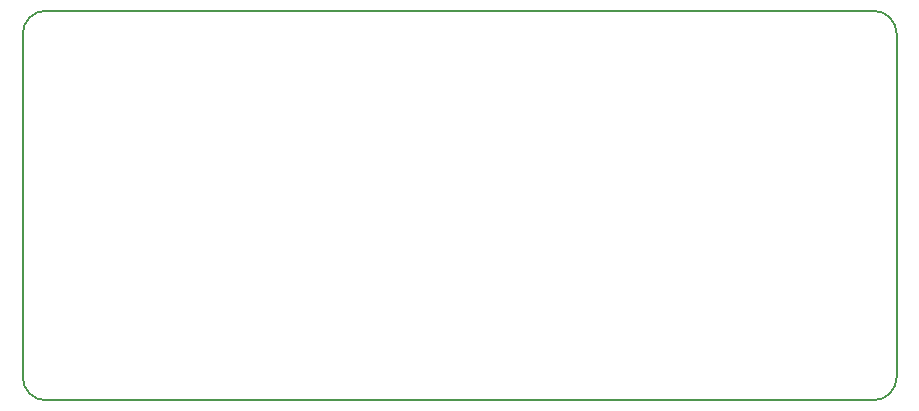
<source format=gko>
G04 DipTrace 3.3.1.3*
G04 BoardOutline.gko*
%MOIN*%
G04 #@! TF.FileFunction,Profile*
G04 #@! TF.Part,Single*
%ADD11C,0.005512*%
%FSLAX26Y26*%
G04*
G70*
G90*
G75*
G01*
G04 BoardOutline*
%LPD*%
X472441Y393701D2*
D11*
X2609941Y396201D1*
X3228346Y393701D1*
G03X3307087Y472441I-2J78742D01*
G01*
Y1614173D1*
G03X3228346Y1692913I-78742J-2D01*
G01*
X472441D1*
G03X393701Y1614173I2J-78742D01*
G01*
Y472441D1*
G03X472441Y393701I78742J2D01*
G01*
M02*

</source>
